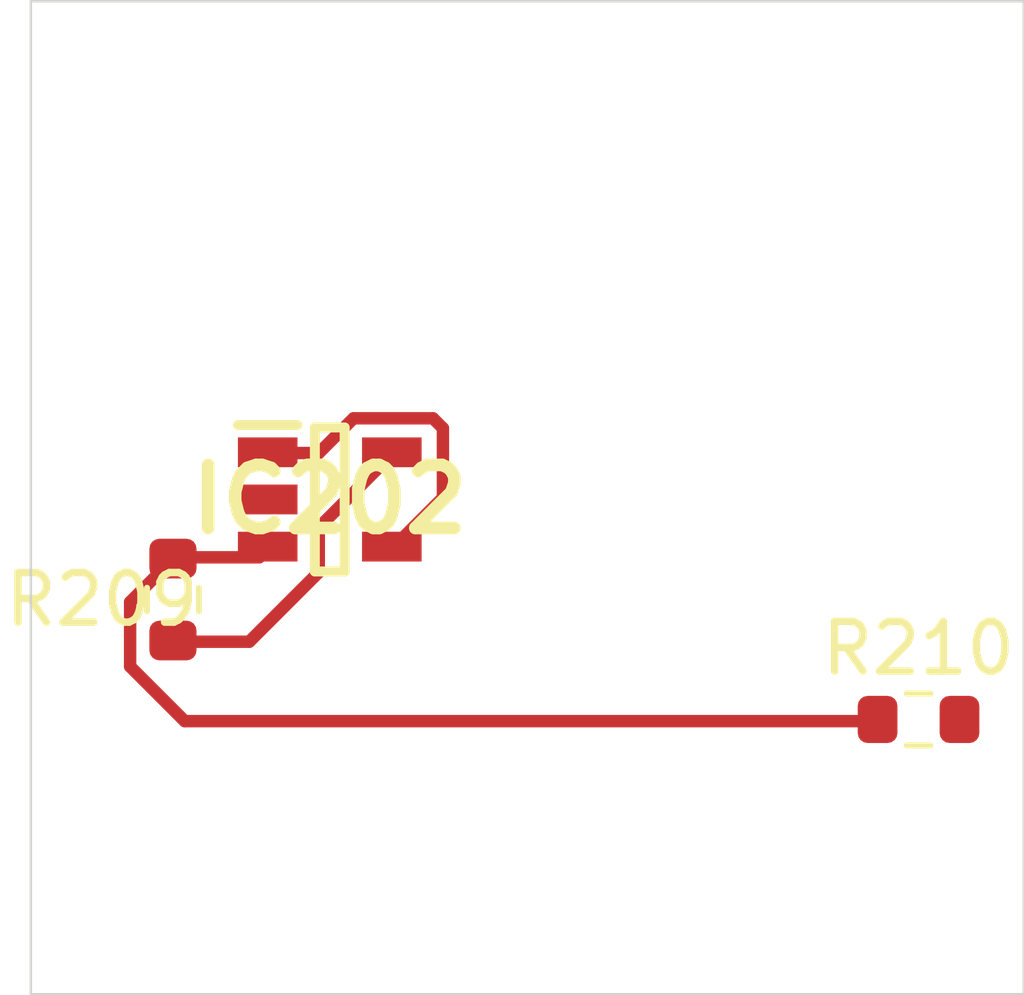
<source format=kicad_pcb>
 ( kicad_pcb  ( version 20171130 )
 ( host pcbnew 5.1.12-84ad8e8a86~92~ubuntu18.04.1 )
 ( general  ( thickness 1.6 )
 ( drawings 4 )
 ( tracks 0 )
 ( zones 0 )
 ( modules 3 )
 ( nets 5 )
)
 ( page A4 )
 ( layers  ( 0 F.Cu signal )
 ( 31 B.Cu signal )
 ( 32 B.Adhes user )
 ( 33 F.Adhes user )
 ( 34 B.Paste user )
 ( 35 F.Paste user )
 ( 36 B.SilkS user )
 ( 37 F.SilkS user )
 ( 38 B.Mask user )
 ( 39 F.Mask user )
 ( 40 Dwgs.User user )
 ( 41 Cmts.User user )
 ( 42 Eco1.User user )
 ( 43 Eco2.User user )
 ( 44 Edge.Cuts user )
 ( 45 Margin user )
 ( 46 B.CrtYd user )
 ( 47 F.CrtYd user )
 ( 48 B.Fab user )
 ( 49 F.Fab user )
)
 ( setup  ( last_trace_width 0.25 )
 ( trace_clearance 0.2 )
 ( zone_clearance 0.508 )
 ( zone_45_only no )
 ( trace_min 0.2 )
 ( via_size 0.8 )
 ( via_drill 0.4 )
 ( via_min_size 0.4 )
 ( via_min_drill 0.3 )
 ( uvia_size 0.3 )
 ( uvia_drill 0.1 )
 ( uvias_allowed no )
 ( uvia_min_size 0.2 )
 ( uvia_min_drill 0.1 )
 ( edge_width 0.05 )
 ( segment_width 0.2 )
 ( pcb_text_width 0.3 )
 ( pcb_text_size 1.5 1.5 )
 ( mod_edge_width 0.12 )
 ( mod_text_size 1 1 )
 ( mod_text_width 0.15 )
 ( pad_size 1.524 1.524 )
 ( pad_drill 0.762 )
 ( pad_to_mask_clearance 0 )
 ( aux_axis_origin 0 0 )
 ( visible_elements FFFFFF7F )
 ( pcbplotparams  ( layerselection 0x010fc_ffffffff )
 ( usegerberextensions false )
 ( usegerberattributes true )
 ( usegerberadvancedattributes true )
 ( creategerberjobfile true )
 ( excludeedgelayer true )
 ( linewidth 0.100000 )
 ( plotframeref false )
 ( viasonmask false )
 ( mode 1 )
 ( useauxorigin false )
 ( hpglpennumber 1 )
 ( hpglpenspeed 20 )
 ( hpglpendiameter 15.000000 )
 ( psnegative false )
 ( psa4output false )
 ( plotreference true )
 ( plotvalue true )
 ( plotinvisibletext false )
 ( padsonsilk false )
 ( subtractmaskfromsilk false )
 ( outputformat 1 )
 ( mirror false )
 ( drillshape 1 )
 ( scaleselection 1 )
 ( outputdirectory "" )
)
)
 ( net 0 "" )
 ( net 1 GND )
 ( net 2 VDDA )
 ( net 3 /Sheet6235D886/vp )
 ( net 4 "Net-(IC202-Pad3)" )
 ( net_class Default "This is the default net class."  ( clearance 0.2 )
 ( trace_width 0.25 )
 ( via_dia 0.8 )
 ( via_drill 0.4 )
 ( uvia_dia 0.3 )
 ( uvia_drill 0.1 )
 ( add_net /Sheet6235D886/vp )
 ( add_net GND )
 ( add_net "Net-(IC202-Pad3)" )
 ( add_net VDDA )
)
 ( module SOT95P280X145-5N locked  ( layer F.Cu )
 ( tedit 62336ED7 )
 ( tstamp 623423ED )
 ( at 86.020900 110.035000 )
 ( descr DBV0005A )
 ( tags "Integrated Circuit" )
 ( path /6235D887/6266C08E )
 ( attr smd )
 ( fp_text reference IC202  ( at 0 0 )
 ( layer F.SilkS )
 ( effects  ( font  ( size 1.27 1.27 )
 ( thickness 0.254 )
)
)
)
 ( fp_text value TL071HIDBVR  ( at 0 0 )
 ( layer F.SilkS )
hide  ( effects  ( font  ( size 1.27 1.27 )
 ( thickness 0.254 )
)
)
)
 ( fp_line  ( start -1.85 -1.5 )
 ( end -0.65 -1.5 )
 ( layer F.SilkS )
 ( width 0.2 )
)
 ( fp_line  ( start -0.3 1.45 )
 ( end -0.3 -1.45 )
 ( layer F.SilkS )
 ( width 0.2 )
)
 ( fp_line  ( start 0.3 1.45 )
 ( end -0.3 1.45 )
 ( layer F.SilkS )
 ( width 0.2 )
)
 ( fp_line  ( start 0.3 -1.45 )
 ( end 0.3 1.45 )
 ( layer F.SilkS )
 ( width 0.2 )
)
 ( fp_line  ( start -0.3 -1.45 )
 ( end 0.3 -1.45 )
 ( layer F.SilkS )
 ( width 0.2 )
)
 ( fp_line  ( start -0.8 -0.5 )
 ( end 0.15 -1.45 )
 ( layer Dwgs.User )
 ( width 0.1 )
)
 ( fp_line  ( start -0.8 1.45 )
 ( end -0.8 -1.45 )
 ( layer Dwgs.User )
 ( width 0.1 )
)
 ( fp_line  ( start 0.8 1.45 )
 ( end -0.8 1.45 )
 ( layer Dwgs.User )
 ( width 0.1 )
)
 ( fp_line  ( start 0.8 -1.45 )
 ( end 0.8 1.45 )
 ( layer Dwgs.User )
 ( width 0.1 )
)
 ( fp_line  ( start -0.8 -1.45 )
 ( end 0.8 -1.45 )
 ( layer Dwgs.User )
 ( width 0.1 )
)
 ( fp_line  ( start -2.1 1.775 )
 ( end -2.1 -1.775 )
 ( layer Dwgs.User )
 ( width 0.05 )
)
 ( fp_line  ( start 2.1 1.775 )
 ( end -2.1 1.775 )
 ( layer Dwgs.User )
 ( width 0.05 )
)
 ( fp_line  ( start 2.1 -1.775 )
 ( end 2.1 1.775 )
 ( layer Dwgs.User )
 ( width 0.05 )
)
 ( fp_line  ( start -2.1 -1.775 )
 ( end 2.1 -1.775 )
 ( layer Dwgs.User )
 ( width 0.05 )
)
 ( pad 1 smd rect  ( at -1.25 -0.95 90.000000 )
 ( size 0.6 1.2 )
 ( layers F.Cu F.Mask F.Paste )
 ( net 3 /Sheet6235D886/vp )
)
 ( pad 2 smd rect  ( at -1.25 0 90.000000 )
 ( size 0.6 1.2 )
 ( layers F.Cu F.Mask F.Paste )
 ( net 1 GND )
)
 ( pad 3 smd rect  ( at -1.25 0.95 90.000000 )
 ( size 0.6 1.2 )
 ( layers F.Cu F.Mask F.Paste )
 ( net 4 "Net-(IC202-Pad3)" )
)
 ( pad 4 smd rect  ( at 1.25 0.95 90.000000 )
 ( size 0.6 1.2 )
 ( layers F.Cu F.Mask F.Paste )
 ( net 3 /Sheet6235D886/vp )
)
 ( pad 5 smd rect  ( at 1.25 -0.95 90.000000 )
 ( size 0.6 1.2 )
 ( layers F.Cu F.Mask F.Paste )
 ( net 2 VDDA )
)
)
 ( module Resistor_SMD:R_0603_1608Metric  ( layer F.Cu )
 ( tedit 5F68FEEE )
 ( tstamp 62342595 )
 ( at 82.862700 112.051000 90.000000 )
 ( descr "Resistor SMD 0603 (1608 Metric), square (rectangular) end terminal, IPC_7351 nominal, (Body size source: IPC-SM-782 page 72, https://www.pcb-3d.com/wordpress/wp-content/uploads/ipc-sm-782a_amendment_1_and_2.pdf), generated with kicad-footprint-generator" )
 ( tags resistor )
 ( path /6235D887/623CDBD9 )
 ( attr smd )
 ( fp_text reference R209  ( at 0 -1.43 )
 ( layer F.SilkS )
 ( effects  ( font  ( size 1 1 )
 ( thickness 0.15 )
)
)
)
 ( fp_text value 100k  ( at 0 1.43 )
 ( layer F.Fab )
 ( effects  ( font  ( size 1 1 )
 ( thickness 0.15 )
)
)
)
 ( fp_line  ( start -0.8 0.4125 )
 ( end -0.8 -0.4125 )
 ( layer F.Fab )
 ( width 0.1 )
)
 ( fp_line  ( start -0.8 -0.4125 )
 ( end 0.8 -0.4125 )
 ( layer F.Fab )
 ( width 0.1 )
)
 ( fp_line  ( start 0.8 -0.4125 )
 ( end 0.8 0.4125 )
 ( layer F.Fab )
 ( width 0.1 )
)
 ( fp_line  ( start 0.8 0.4125 )
 ( end -0.8 0.4125 )
 ( layer F.Fab )
 ( width 0.1 )
)
 ( fp_line  ( start -0.237258 -0.5225 )
 ( end 0.237258 -0.5225 )
 ( layer F.SilkS )
 ( width 0.12 )
)
 ( fp_line  ( start -0.237258 0.5225 )
 ( end 0.237258 0.5225 )
 ( layer F.SilkS )
 ( width 0.12 )
)
 ( fp_line  ( start -1.48 0.73 )
 ( end -1.48 -0.73 )
 ( layer F.CrtYd )
 ( width 0.05 )
)
 ( fp_line  ( start -1.48 -0.73 )
 ( end 1.48 -0.73 )
 ( layer F.CrtYd )
 ( width 0.05 )
)
 ( fp_line  ( start 1.48 -0.73 )
 ( end 1.48 0.73 )
 ( layer F.CrtYd )
 ( width 0.05 )
)
 ( fp_line  ( start 1.48 0.73 )
 ( end -1.48 0.73 )
 ( layer F.CrtYd )
 ( width 0.05 )
)
 ( fp_text user %R  ( at 0 0 )
 ( layer F.Fab )
 ( effects  ( font  ( size 0.4 0.4 )
 ( thickness 0.06 )
)
)
)
 ( pad 1 smd roundrect  ( at -0.825 0 90.000000 )
 ( size 0.8 0.95 )
 ( layers F.Cu F.Mask F.Paste )
 ( roundrect_rratio 0.25 )
 ( net 2 VDDA )
)
 ( pad 2 smd roundrect  ( at 0.825 0 90.000000 )
 ( size 0.8 0.95 )
 ( layers F.Cu F.Mask F.Paste )
 ( roundrect_rratio 0.25 )
 ( net 4 "Net-(IC202-Pad3)" )
)
 ( model ${KISYS3DMOD}/Resistor_SMD.3dshapes/R_0603_1608Metric.wrl  ( at  ( xyz 0 0 0 )
)
 ( scale  ( xyz 1 1 1 )
)
 ( rotate  ( xyz 0 0 0 )
)
)
)
 ( module Resistor_SMD:R_0603_1608Metric  ( layer F.Cu )
 ( tedit 5F68FEEE )
 ( tstamp 623425A6 )
 ( at 97.879900 114.466000 )
 ( descr "Resistor SMD 0603 (1608 Metric), square (rectangular) end terminal, IPC_7351 nominal, (Body size source: IPC-SM-782 page 72, https://www.pcb-3d.com/wordpress/wp-content/uploads/ipc-sm-782a_amendment_1_and_2.pdf), generated with kicad-footprint-generator" )
 ( tags resistor )
 ( path /6235D887/623CDBDF )
 ( attr smd )
 ( fp_text reference R210  ( at 0 -1.43 )
 ( layer F.SilkS )
 ( effects  ( font  ( size 1 1 )
 ( thickness 0.15 )
)
)
)
 ( fp_text value 100k  ( at 0 1.43 )
 ( layer F.Fab )
 ( effects  ( font  ( size 1 1 )
 ( thickness 0.15 )
)
)
)
 ( fp_line  ( start 1.48 0.73 )
 ( end -1.48 0.73 )
 ( layer F.CrtYd )
 ( width 0.05 )
)
 ( fp_line  ( start 1.48 -0.73 )
 ( end 1.48 0.73 )
 ( layer F.CrtYd )
 ( width 0.05 )
)
 ( fp_line  ( start -1.48 -0.73 )
 ( end 1.48 -0.73 )
 ( layer F.CrtYd )
 ( width 0.05 )
)
 ( fp_line  ( start -1.48 0.73 )
 ( end -1.48 -0.73 )
 ( layer F.CrtYd )
 ( width 0.05 )
)
 ( fp_line  ( start -0.237258 0.5225 )
 ( end 0.237258 0.5225 )
 ( layer F.SilkS )
 ( width 0.12 )
)
 ( fp_line  ( start -0.237258 -0.5225 )
 ( end 0.237258 -0.5225 )
 ( layer F.SilkS )
 ( width 0.12 )
)
 ( fp_line  ( start 0.8 0.4125 )
 ( end -0.8 0.4125 )
 ( layer F.Fab )
 ( width 0.1 )
)
 ( fp_line  ( start 0.8 -0.4125 )
 ( end 0.8 0.4125 )
 ( layer F.Fab )
 ( width 0.1 )
)
 ( fp_line  ( start -0.8 -0.4125 )
 ( end 0.8 -0.4125 )
 ( layer F.Fab )
 ( width 0.1 )
)
 ( fp_line  ( start -0.8 0.4125 )
 ( end -0.8 -0.4125 )
 ( layer F.Fab )
 ( width 0.1 )
)
 ( fp_text user %R  ( at 0 0 )
 ( layer F.Fab )
 ( effects  ( font  ( size 0.4 0.4 )
 ( thickness 0.06 )
)
)
)
 ( pad 2 smd roundrect  ( at 0.825 0 )
 ( size 0.8 0.95 )
 ( layers F.Cu F.Mask F.Paste )
 ( roundrect_rratio 0.25 )
 ( net 1 GND )
)
 ( pad 1 smd roundrect  ( at -0.825 0 )
 ( size 0.8 0.95 )
 ( layers F.Cu F.Mask F.Paste )
 ( roundrect_rratio 0.25 )
 ( net 4 "Net-(IC202-Pad3)" )
)
 ( model ${KISYS3DMOD}/Resistor_SMD.3dshapes/R_0603_1608Metric.wrl  ( at  ( xyz 0 0 0 )
)
 ( scale  ( xyz 1 1 1 )
)
 ( rotate  ( xyz 0 0 0 )
)
)
)
 ( gr_line  ( start 100 100 )
 ( end 100 120 )
 ( layer Edge.Cuts )
 ( width 0.05 )
 ( tstamp 62E770C4 )
)
 ( gr_line  ( start 80 120 )
 ( end 100 120 )
 ( layer Edge.Cuts )
 ( width 0.05 )
 ( tstamp 62E770C0 )
)
 ( gr_line  ( start 80 100 )
 ( end 100 100 )
 ( layer Edge.Cuts )
 ( width 0.05 )
 ( tstamp 6234110C )
)
 ( gr_line  ( start 80 100 )
 ( end 80 120 )
 ( layer Edge.Cuts )
 ( width 0.05 )
)
 ( segment  ( start 82.900001 112.900002 )
 ( end 84.400001 112.900002 )
 ( width 0.250000 )
 ( layer F.Cu )
 ( net 2 )
)
 ( segment  ( start 84.400001 112.900002 )
 ( end 85.800001 111.500002 )
 ( width 0.250000 )
 ( layer F.Cu )
 ( net 2 )
)
 ( segment  ( start 85.800001 111.500002 )
 ( end 85.800001 110.600002 )
 ( width 0.250000 )
 ( layer F.Cu )
 ( net 2 )
)
 ( segment  ( start 85.800001 110.600002 )
 ( end 87.300001 109.100002 )
 ( width 0.250000 )
 ( layer F.Cu )
 ( net 2 )
)
 ( segment  ( start 87.300001 111.000002 )
 ( end 88.300001 110.000002 )
 ( width 0.250000 )
 ( layer F.Cu )
 ( net 3 )
)
 ( segment  ( start 88.300001 110.000002 )
 ( end 88.300001 108.600002 )
 ( width 0.250000 )
 ( layer F.Cu )
 ( net 3 )
)
 ( segment  ( start 88.300001 108.600002 )
 ( end 88.100001 108.400002 )
 ( width 0.250000 )
 ( layer F.Cu )
 ( net 3 )
)
 ( segment  ( start 88.100001 108.400002 )
 ( end 86.500001 108.400002 )
 ( width 0.250000 )
 ( layer F.Cu )
 ( net 3 )
)
 ( segment  ( start 86.500001 108.400002 )
 ( end 85.800001 109.100002 )
 ( width 0.250000 )
 ( layer F.Cu )
 ( net 3 )
)
 ( segment  ( start 85.800001 109.100002 )
 ( end 84.800001 109.100002 )
 ( width 0.250000 )
 ( layer F.Cu )
 ( net 3 )
)
 ( segment  ( start 82.900001 111.200002 )
 ( end 84.600001 111.200002 )
 ( width 0.250000 )
 ( layer F.Cu )
 ( net 4 )
)
 ( segment  ( start 84.600001 111.200002 )
 ( end 84.800001 111.000002 )
 ( width 0.250000 )
 ( layer F.Cu )
 ( net 4 )
)
 ( segment  ( start 97.100001 114.500002 )
 ( end 83.100001 114.500002 )
 ( width 0.250000 )
 ( layer F.Cu )
 ( net 4 )
)
 ( segment  ( start 83.100001 114.500002 )
 ( end 82.000001 113.400002 )
 ( width 0.250000 )
 ( layer F.Cu )
 ( net 4 )
)
 ( segment  ( start 82.000001 113.400002 )
 ( end 82.000001 112.100002 )
 ( width 0.250000 )
 ( layer F.Cu )
 ( net 4 )
)
 ( segment  ( start 82.000001 112.100002 )
 ( end 82.900001 111.200002 )
 ( width 0.250000 )
 ( layer F.Cu )
 ( net 4 )
)
)

</source>
